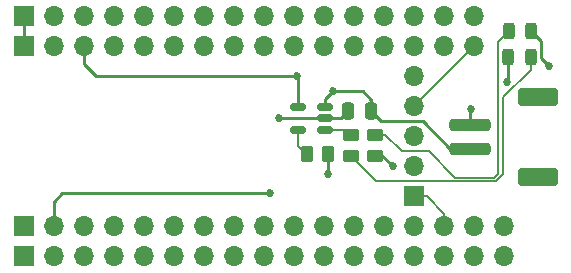
<source format=gtl>
G04 #@! TF.GenerationSoftware,KiCad,Pcbnew,(6.0.0-0)*
G04 #@! TF.CreationDate,2023-05-16T16:06:40-07:00*
G04 #@! TF.ProjectId,ItsyBitsy breadboard,49747379-4269-4747-9379-206272656164,0.0.0*
G04 #@! TF.SameCoordinates,Original*
G04 #@! TF.FileFunction,Copper,L1,Top*
G04 #@! TF.FilePolarity,Positive*
%FSLAX46Y46*%
G04 Gerber Fmt 4.6, Leading zero omitted, Abs format (unit mm)*
G04 Created by KiCad (PCBNEW (6.0.0-0)) date 2023-05-16 16:06:40*
%MOMM*%
%LPD*%
G01*
G04 APERTURE LIST*
G04 Aperture macros list*
%AMRoundRect*
0 Rectangle with rounded corners*
0 $1 Rounding radius*
0 $2 $3 $4 $5 $6 $7 $8 $9 X,Y pos of 4 corners*
0 Add a 4 corners polygon primitive as box body*
4,1,4,$2,$3,$4,$5,$6,$7,$8,$9,$2,$3,0*
0 Add four circle primitives for the rounded corners*
1,1,$1+$1,$2,$3*
1,1,$1+$1,$4,$5*
1,1,$1+$1,$6,$7*
1,1,$1+$1,$8,$9*
0 Add four rect primitives between the rounded corners*
20,1,$1+$1,$2,$3,$4,$5,0*
20,1,$1+$1,$4,$5,$6,$7,0*
20,1,$1+$1,$6,$7,$8,$9,0*
20,1,$1+$1,$8,$9,$2,$3,0*%
G04 Aperture macros list end*
G04 #@! TA.AperFunction,ComponentPad*
%ADD10R,1.700000X1.700000*%
G04 #@! TD*
G04 #@! TA.AperFunction,ComponentPad*
%ADD11O,1.700000X1.700000*%
G04 #@! TD*
G04 #@! TA.AperFunction,SMDPad,CuDef*
%ADD12RoundRect,0.250000X1.500000X-0.250000X1.500000X0.250000X-1.500000X0.250000X-1.500000X-0.250000X0*%
G04 #@! TD*
G04 #@! TA.AperFunction,SMDPad,CuDef*
%ADD13RoundRect,0.250001X1.449999X-0.499999X1.449999X0.499999X-1.449999X0.499999X-1.449999X-0.499999X0*%
G04 #@! TD*
G04 #@! TA.AperFunction,SMDPad,CuDef*
%ADD14RoundRect,0.250000X0.250000X0.475000X-0.250000X0.475000X-0.250000X-0.475000X0.250000X-0.475000X0*%
G04 #@! TD*
G04 #@! TA.AperFunction,SMDPad,CuDef*
%ADD15RoundRect,0.243750X0.243750X0.456250X-0.243750X0.456250X-0.243750X-0.456250X0.243750X-0.456250X0*%
G04 #@! TD*
G04 #@! TA.AperFunction,SMDPad,CuDef*
%ADD16RoundRect,0.250000X0.450000X-0.262500X0.450000X0.262500X-0.450000X0.262500X-0.450000X-0.262500X0*%
G04 #@! TD*
G04 #@! TA.AperFunction,SMDPad,CuDef*
%ADD17RoundRect,0.250000X-0.262500X-0.450000X0.262500X-0.450000X0.262500X0.450000X-0.262500X0.450000X0*%
G04 #@! TD*
G04 #@! TA.AperFunction,SMDPad,CuDef*
%ADD18RoundRect,0.150000X0.512500X0.150000X-0.512500X0.150000X-0.512500X-0.150000X0.512500X-0.150000X0*%
G04 #@! TD*
G04 #@! TA.AperFunction,ViaPad*
%ADD19C,0.685800*%
G04 #@! TD*
G04 #@! TA.AperFunction,Conductor*
%ADD20C,0.254000*%
G04 #@! TD*
G04 #@! TA.AperFunction,Conductor*
%ADD21C,0.152400*%
G04 #@! TD*
G04 APERTURE END LIST*
D10*
X111760000Y-115570000D03*
D11*
X114300000Y-115570000D03*
X116840000Y-115570000D03*
X119380000Y-115570000D03*
X121920000Y-115570000D03*
X124460000Y-115570000D03*
X127000000Y-115570000D03*
X129540000Y-115570000D03*
X132080000Y-115570000D03*
X134620000Y-115570000D03*
X137160000Y-115570000D03*
X139700000Y-115570000D03*
X142240000Y-115570000D03*
X144780000Y-115570000D03*
X147320000Y-115570000D03*
X149860000Y-115570000D03*
X152400000Y-115570000D03*
D10*
X111760000Y-100330000D03*
D11*
X114300000Y-100330000D03*
X116840000Y-100330000D03*
X119380000Y-100330000D03*
X121920000Y-100330000D03*
X124460000Y-100330000D03*
X127000000Y-100330000D03*
X129540000Y-100330000D03*
X132080000Y-100330000D03*
X134620000Y-100330000D03*
X137160000Y-100330000D03*
X139700000Y-100330000D03*
X142240000Y-100330000D03*
X144780000Y-100330000D03*
X147320000Y-100330000D03*
X149860000Y-100330000D03*
D10*
X144780000Y-113030000D03*
D11*
X144780000Y-110490000D03*
X144780000Y-107950000D03*
X144780000Y-105410000D03*
X144780000Y-102870000D03*
D12*
X149550000Y-109000000D03*
X149550000Y-107000000D03*
D13*
X155300000Y-104650000D03*
X155300000Y-111350000D03*
D10*
X111760000Y-118110000D03*
D11*
X114300000Y-118110000D03*
X116840000Y-118110000D03*
X119380000Y-118110000D03*
X121920000Y-118110000D03*
X124460000Y-118110000D03*
X127000000Y-118110000D03*
X129540000Y-118110000D03*
X132080000Y-118110000D03*
X134620000Y-118110000D03*
X137160000Y-118110000D03*
X139700000Y-118110000D03*
X142240000Y-118110000D03*
X144780000Y-118110000D03*
X147320000Y-118110000D03*
X149860000Y-118110000D03*
X152400000Y-118110000D03*
D10*
X111760000Y-97790000D03*
D11*
X114300000Y-97790000D03*
X116840000Y-97790000D03*
X119380000Y-97790000D03*
X121920000Y-97790000D03*
X124460000Y-97790000D03*
X127000000Y-97790000D03*
X129540000Y-97790000D03*
X132080000Y-97790000D03*
X134620000Y-97790000D03*
X137160000Y-97790000D03*
X139700000Y-97790000D03*
X142240000Y-97790000D03*
X144780000Y-97790000D03*
X147320000Y-97790000D03*
X149860000Y-97790000D03*
D14*
X141158000Y-105800000D03*
X139258000Y-105800000D03*
D15*
X154683700Y-101200000D03*
X152808700Y-101200000D03*
X154687500Y-99000000D03*
X152812500Y-99000000D03*
D16*
X139446000Y-109612500D03*
X139446000Y-107787500D03*
X141478000Y-109624500D03*
X141478000Y-107799500D03*
D17*
X135739500Y-109474000D03*
X137564500Y-109474000D03*
D18*
X137281500Y-107376000D03*
X137281500Y-106426000D03*
X137281500Y-105476000D03*
X135006500Y-105476000D03*
X135006500Y-107376000D03*
D19*
X132624000Y-112776000D03*
X149606000Y-105664000D03*
X137922000Y-104140000D03*
X152654000Y-103378000D03*
X134874000Y-102870000D03*
X133350000Y-106426000D03*
X137564500Y-111148500D03*
X143002000Y-110490000D03*
X156210000Y-102000000D03*
D20*
X154687500Y-99000000D02*
X155551720Y-99864220D01*
X155551720Y-99864220D02*
X155551720Y-101341720D01*
X155551720Y-101341720D02*
X156210000Y-102000000D01*
D21*
X144780000Y-113030000D02*
X145870000Y-113030000D01*
X147320000Y-114480000D02*
X147320000Y-115570000D01*
X145870000Y-113030000D02*
X147320000Y-114480000D01*
D20*
X114300000Y-115570000D02*
X114300000Y-113500000D01*
X114300000Y-113500000D02*
X115024000Y-112776000D01*
X115024000Y-112776000D02*
X132624000Y-112776000D01*
X116840000Y-100330000D02*
X116840000Y-101840000D01*
X116840000Y-101840000D02*
X117870000Y-102870000D01*
X117870000Y-102870000D02*
X134874000Y-102870000D01*
D21*
X154683700Y-101200000D02*
X154683700Y-102299517D01*
X151713733Y-111760000D02*
X141593500Y-111760000D01*
X154683700Y-102299517D02*
X152335218Y-104648000D01*
X152335218Y-104648000D02*
X152335218Y-111138515D01*
X152335218Y-111138515D02*
X151713733Y-111760000D01*
X141593500Y-111760000D02*
X139446000Y-109612500D01*
D20*
X149550000Y-107000000D02*
X149550000Y-105720000D01*
X149550000Y-105720000D02*
X149606000Y-105664000D01*
D21*
X152812500Y-99000000D02*
X151892000Y-99920500D01*
X151892000Y-99920500D02*
X151892000Y-111151360D01*
X151892000Y-111151360D02*
X151587680Y-111455680D01*
X151587680Y-111455680D02*
X148285680Y-111455680D01*
X148285680Y-111455680D02*
X146050000Y-109220000D01*
X146050000Y-109220000D02*
X143764000Y-109220000D01*
X143764000Y-109220000D02*
X142343500Y-107799500D01*
X142343500Y-107799500D02*
X141478000Y-107799500D01*
D20*
X135006500Y-105476000D02*
X135006500Y-103002500D01*
X135006500Y-103002500D02*
X134874000Y-102870000D01*
X149550000Y-109000000D02*
X147862000Y-109000000D01*
X145542000Y-106680000D02*
X142038000Y-106680000D01*
X147862000Y-109000000D02*
X145542000Y-106680000D01*
X142038000Y-106680000D02*
X141158000Y-105800000D01*
X141478000Y-109624500D02*
X142136500Y-109624500D01*
X142136500Y-109624500D02*
X143002000Y-110490000D01*
X152808700Y-101200000D02*
X152808700Y-103223300D01*
X152808700Y-103223300D02*
X152654000Y-103378000D01*
D21*
X144780000Y-105410000D02*
X149860000Y-100330000D01*
X137281500Y-107376000D02*
X139034500Y-107376000D01*
X139034500Y-107376000D02*
X139446000Y-107787500D01*
X135006500Y-107376000D02*
X135006500Y-108741000D01*
X135006500Y-108741000D02*
X135739500Y-109474000D01*
D20*
X137564500Y-109474000D02*
X137564500Y-111148500D01*
X137281500Y-106426000D02*
X133350000Y-106426000D01*
X139258000Y-105800000D02*
X138632000Y-106426000D01*
X138632000Y-106426000D02*
X137281500Y-106426000D01*
X137922000Y-104140000D02*
X140462000Y-104140000D01*
X137281500Y-105476000D02*
X137281500Y-104780500D01*
X137281500Y-104780500D02*
X137922000Y-104140000D01*
X140462000Y-104140000D02*
X141158000Y-104836000D01*
X141158000Y-104836000D02*
X141158000Y-105800000D01*
X111760000Y-99226000D02*
X111760000Y-97790000D01*
X111760000Y-100330000D02*
X111760000Y-99226000D01*
M02*

</source>
